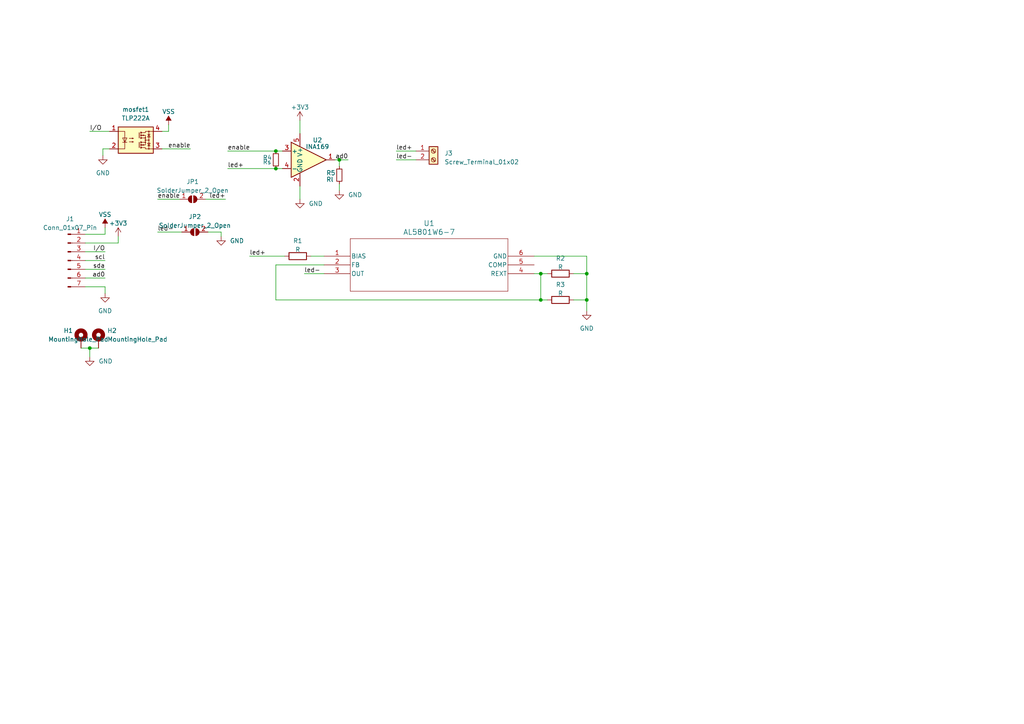
<source format=kicad_sch>
(kicad_sch (version 20230121) (generator eeschema)
  (paper "A4")
  (lib_symbols
    (symbol "Amplifier_Current:INA169" (pin_names (offset 0.127))
      (property "Reference" "U" (at 3.81 5.08 0))
      (property "Value" "INA169" (at 3.81 2.54 0))
      (symbol "INA169_0_1"
        (polyline (pts (xy -5.08 5.08) (xy 5.08 0) (xy -5.08 -5.08) (xy -5.08 5.08)) (stroke (width 0.254)) (fill (type background)))
      )
      (symbol "INA169_1_1"
        (pin output line (at 7.62 0 180) (length 2.54) (name "~") (number "1"))
        (pin power_in line (at -2.54 -7.62 90) (length 3.81) (name "GND") (number "2"))
        (pin input line (at -7.62 2.54 0) (length 2.54) (name "+") (number "3"))
        (pin input line (at -7.62 -2.54 0) (length 2.54) (name "-") (number "4"))
        (pin power_in line (at -2.54 7.62 270) (length 3.81) (name "V+") (number "5"))
      )
    )
    (symbol "Connector:Conn_01x07_Pin" (pin_names (offset 1.016) hide)
      (property "Reference" "J" (at 0 10.16 0))
      (property "Value" "Conn_01x07_Pin" (at 0 -10.16 0))
      (symbol "Conn_01x07_Pin_1_1"
        (polyline (pts (xy 1.27 -7.62) (xy 0.8636 -7.62)) (stroke (width 0.1524)))
        (polyline (pts (xy 1.27 -5.08) (xy 0.8636 -5.08)) (stroke (width 0.1524)))
        (polyline (pts (xy 1.27 -2.54) (xy 0.8636 -2.54)) (stroke (width 0.1524)))
        (polyline (pts (xy 1.27 0) (xy 0.8636 0)) (stroke (width 0.1524)))
        (polyline (pts (xy 1.27 2.54) (xy 0.8636 2.54)) (stroke (width 0.1524)))
        (polyline (pts (xy 1.27 5.08) (xy 0.8636 5.08)) (stroke (width 0.1524)))
        (polyline (pts (xy 1.27 7.62) (xy 0.8636 7.62)) (stroke (width 0.1524)))
        (rectangle (start 0.8636 -7.493) (end 0 -7.747) (stroke (width 0.1524)) (fill (type outline)))
        (rectangle (start 0.8636 -4.953) (end 0 -5.207) (stroke (width 0.1524)) (fill (type outline)))
        (rectangle (start 0.8636 -2.413) (end 0 -2.667) (stroke (width 0.1524)) (fill (type outline)))
        (rectangle (start 0.8636 0.127) (end 0 -0.127) (stroke (width 0.1524)) (fill (type outline)))
        (rectangle (start 0.8636 2.667) (end 0 2.413) (stroke (width 0.1524)) (fill (type outline)))
        (rectangle (start 0.8636 5.207) (end 0 4.953) (stroke (width 0.1524)) (fill (type outline)))
        (rectangle (start 0.8636 7.747) (end 0 7.493) (stroke (width 0.1524)) (fill (type outline)))
        (pin passive line (at 5.08 7.62 180) (length 3.81) (name "Pin_1") (number "1"))
        (pin passive line (at 5.08 5.08 180) (length 3.81) (name "Pin_2") (number "2"))
        (pin passive line (at 5.08 2.54 180) (length 3.81) (name "Pin_3") (number "3"))
        (pin passive line (at 5.08 0 180) (length 3.81) (name "Pin_4") (number "4"))
        (pin passive line (at 5.08 -2.54 180) (length 3.81) (name "Pin_5") (number "5"))
        (pin passive line (at 5.08 -5.08 180) (length 3.81) (name "Pin_6") (number "6"))
        (pin passive line (at 5.08 -7.62 180) (length 3.81) (name "Pin_7") (number "7"))
      )
    )
    (symbol "Connector:Screw_Terminal_01x02" (pin_names (offset 1.016) hide)
      (property "Reference" "J" (at 0 2.54 0))
      (property "Value" "Screw_Terminal_01x02" (at 0 -5.08 0))
      (symbol "Screw_Terminal_01x02_1_1"
        (rectangle (start -1.27 1.27) (end 1.27 -3.81) (stroke (width 0.254)) (fill (type background)))
        (circle (center 0 -2.54) (radius 0.635) (stroke (width 0.1524)))
        (polyline (pts (xy -0.5334 -2.2098) (xy 0.3302 -3.048)) (stroke (width 0.1524)))
        (polyline (pts (xy -0.5334 0.3302) (xy 0.3302 -0.508)) (stroke (width 0.1524)))
        (polyline (pts (xy -0.3556 -2.032) (xy 0.508 -2.8702)) (stroke (width 0.1524)))
        (polyline (pts (xy -0.3556 0.508) (xy 0.508 -0.3302)) (stroke (width 0.1524)))
        (circle (center 0 0) (radius 0.635) (stroke (width 0.1524)))
        (pin passive line (at -5.08 0 0) (length 3.81) (name "Pin_1") (number "1"))
        (pin passive line (at -5.08 -2.54 0) (length 3.81) (name "Pin_2") (number "2"))
      )
    )
    (symbol "Device:R" (pin_numbers hide) (pin_names (offset 0))
      (property "Reference" "R" (at 2.032 0 90))
      (property "Value" "R" (at 0 0 90))
      (symbol "R_0_1"
        (rectangle (start -1.016 -2.54) (end 1.016 2.54) (stroke (width 0.254)))
      )
      (symbol "R_1_1"
        (pin passive line (at 0 3.81 270) (length 1.27) (name "~") (number "1"))
        (pin passive line (at 0 -3.81 90) (length 1.27) (name "~") (number "2"))
      )
    )
    (symbol "Device:R_Small" (pin_numbers hide) (pin_names (offset 0.254) hide)
      (property "Reference" "R" (at 0.762 0.508 0))
      (property "Value" "R_Small" (at 0.762 -1.016 0))
      (symbol "R_Small_0_1"
        (rectangle (start -0.762 1.778) (end 0.762 -1.778) (stroke (width 0.2032)))
      )
      (symbol "R_Small_1_1"
        (pin passive line (at 0 2.54 270) (length 0.762) (name "~") (number "1"))
        (pin passive line (at 0 -2.54 90) (length 0.762) (name "~") (number "2"))
      )
    )
    (symbol "Jumper:SolderJumper_2_Open" (pin_names (offset 0) hide)
      (property "Reference" "JP" (at 0 2.032 0))
      (property "Value" "SolderJumper_2_Open" (at 0 -2.54 0))
      (symbol "SolderJumper_2_Open_0_1"
        (arc (start -0.254 1.016) (mid -1.2656 0) (end -0.254 -1.016))
        (arc (start -0.254 1.016) (mid -1.2656 0) (end -0.254 -1.016) (fill (type outline)))
        (polyline (pts (xy -0.254 1.016) (xy -0.254 -1.016)))
        (polyline (pts (xy 0.254 1.016) (xy 0.254 -1.016)))
        (arc (start 0.254 -1.016) (mid 1.2656 0) (end 0.254 1.016))
        (arc (start 0.254 -1.016) (mid 1.2656 0) (end 0.254 1.016) (fill (type outline)))
      )
      (symbol "SolderJumper_2_Open_1_1"
        (pin passive line (at -3.81 0 0) (length 2.54) (name "A") (number "1"))
        (pin passive line (at 3.81 0 180) (length 2.54) (name "B") (number "2"))
      )
    )
    (symbol "Mechanical:MountingHole_Pad" (pin_numbers hide) (pin_names (offset 1.016) hide)
      (property "Reference" "H" (at 0 6.35 0))
      (property "Value" "MountingHole_Pad" (at 0 4.445 0))
      (symbol "MountingHole_Pad_0_1"
        (circle (center 0 1.27) (radius 1.27) (stroke (width 1.27)))
      )
      (symbol "MountingHole_Pad_1_1"
        (pin input line (at 0 -2.54 90) (length 2.54) (name "1") (number "1"))
      )
    )
    (symbol "Relay_SolidState:TLP222A"
      (property "Reference" "U" (at -5.08 5.08 0))
      (property "Value" "TLP222A" (at 0 5.08 0))
      (symbol "TLP222A_0_1"
        (rectangle (start -5.08 3.81) (end 5.08 -3.81) (stroke (width 0.254)) (fill (type background)))
        (polyline (pts (xy -3.81 -0.635) (xy -2.54 -0.635)))
        (polyline (pts (xy 1.016 -0.635) (xy 1.016 -2.159)) (stroke (width 0.2032)))
        (polyline (pts (xy 1.016 2.159) (xy 1.016 0.635)) (stroke (width 0.2032)))
        (polyline (pts (xy 1.524 -0.508) (xy 1.524 -0.762)) (stroke (width 0.3556)))
        (polyline (pts (xy 2.794 0) (xy 3.81 0)))
        (polyline (pts (xy 3.429 -1.651) (xy 4.191 -1.651)))
        (polyline (pts (xy 3.429 1.651) (xy 4.191 1.651)))
        (polyline (pts (xy 3.81 -2.54) (xy 3.81 2.54)))
        (polyline (pts (xy 1.524 -2.032) (xy 1.524 -2.286) (xy 1.524 -2.286)) (stroke (width 0.3556)))
        (polyline (pts (xy 1.524 -1.27) (xy 1.524 -1.524) (xy 1.524 -1.524)) (stroke (width 0.3556)))
        (polyline (pts (xy 1.524 0.762) (xy 1.524 0.508) (xy 1.524 0.508)) (stroke (width 0.3556)))
        (polyline (pts (xy 1.524 1.524) (xy 1.524 1.27) (xy 1.524 1.27)) (stroke (width 0.3556)))
        (polyline (pts (xy 1.524 2.286) (xy 1.524 2.032) (xy 1.524 2.032)) (stroke (width 0.3556)))
        (polyline (pts (xy 1.651 -1.397) (xy 2.794 -1.397) (xy 2.794 -0.635)))
        (polyline (pts (xy 1.651 1.397) (xy 2.794 1.397) (xy 2.794 0.635)))
        (polyline (pts (xy -5.08 2.54) (xy -3.175 2.54) (xy -3.175 -2.54) (xy -5.08 -2.54)))
        (polyline (pts (xy -3.175 -0.635) (xy -3.81 0.635) (xy -2.54 0.635) (xy -3.175 -0.635)))
        (polyline (pts (xy 1.651 -2.159) (xy 2.794 -2.159) (xy 2.794 -2.54) (xy 5.08 -2.54)))
        (polyline (pts (xy 1.651 -0.635) (xy 2.794 -0.635) (xy 2.794 0.635) (xy 1.651 0.635)))
        (polyline (pts (xy 1.651 2.159) (xy 2.794 2.159) (xy 2.794 2.54) (xy 5.08 2.54)))
        (polyline (pts (xy 1.778 -1.397) (xy 2.286 -1.27) (xy 2.286 -1.524) (xy 1.778 -1.397)))
        (polyline (pts (xy 1.778 1.397) (xy 2.286 1.524) (xy 2.286 1.27) (xy 1.778 1.397)))
        (polyline (pts (xy 3.81 -1.651) (xy 3.429 -0.889) (xy 4.191 -0.889) (xy 3.81 -1.651)))
        (polyline (pts (xy 3.81 1.651) (xy 3.429 0.889) (xy 4.191 0.889) (xy 3.81 1.651)))
        (polyline (pts (xy -1.905 -0.508) (xy -0.635 -0.508) (xy -1.016 -0.635) (xy -1.016 -0.381) (xy -0.635 -0.508)))
        (polyline (pts (xy -1.905 0.508) (xy -0.635 0.508) (xy -1.016 0.381) (xy -1.016 0.635) (xy -0.635 0.508)))
        (circle (center 2.794 -0.635) (radius 0.127))
        (circle (center 2.794 0) (radius 0.127))
        (circle (center 2.794 0.635) (radius 0.127))
        (circle (center 3.81 -2.54) (radius 0.127))
        (circle (center 3.81 0) (radius 0.127))
        (circle (center 3.81 2.54) (radius 0.127))
      )
      (symbol "TLP222A_1_1"
        (pin passive line (at -7.62 2.54 0) (length 2.54) (name "~") (number "1"))
        (pin passive line (at -7.62 -2.54 0) (length 2.54) (name "~") (number "2"))
        (pin passive line (at 7.62 -2.54 180) (length 2.54) (name "~") (number "3"))
        (pin passive line (at 7.62 2.54 180) (length 2.54) (name "~") (number "4"))
      )
    )
    (symbol "own-footprints:AL5801W6-7" (pin_names (offset 0.254))
      (property "Reference" "U" (at 30.48 10.16 0))
      (property "Value" "AL5801W6-7" (at 30.48 7.62 0))
      (symbol "AL5801W6-7_0_1"
        (polyline (pts (xy 7.62 -10.16) (xy 53.34 -10.16)) (stroke (width 0.127)))
        (polyline (pts (xy 7.62 5.08) (xy 7.62 -10.16)) (stroke (width 0.127)))
        (polyline (pts (xy 53.34 -10.16) (xy 53.34 5.08)) (stroke (width 0.127)))
        (polyline (pts (xy 53.34 5.08) (xy 7.62 5.08)) (stroke (width 0.127)))
        (pin output line (at 0 0 0) (length 7.62) (name "BIAS") (number "1"))
        (pin unspecified line (at 0 -2.54 0) (length 7.62) (name "FB") (number "2"))
        (pin output line (at 0 -5.08 0) (length 7.62) (name "OUT") (number "3"))
        (pin unspecified line (at 60.96 -5.08 180) (length 7.62) (name "REXT") (number "4"))
        (pin unspecified line (at 60.96 -2.54 180) (length 7.62) (name "COMP") (number "5"))
        (pin power_in line (at 60.96 0 180) (length 7.62) (name "GND") (number "6"))
      )
    )
    (symbol "power:+3V3" (power) (pin_names (offset 0))
      (property "Value" "+3V3" (at 0 3.556 0))
      (symbol "+3V3_0_1"
        (polyline (pts (xy -0.762 1.27) (xy 0 2.54)))
        (polyline (pts (xy 0 0) (xy 0 2.54)))
        (polyline (pts (xy 0 2.54) (xy 0.762 1.27)))
      )
      (symbol "+3V3_1_1"
        (pin power_in line (at 0 0 90) (length 0) hide (name "+3V3") (number "1"))
      )
    )
    (symbol "power:GND" (power) (pin_names (offset 0))
      (property "Value" "GND" (at 0 -3.81 0))
      (symbol "GND_0_1"
        (polyline (pts (xy 0 0) (xy 0 -1.27) (xy 1.27 -1.27) (xy 0 -2.54) (xy -1.27 -1.27) (xy 0 -1.27)))
      )
      (symbol "GND_1_1"
        (pin power_in line (at 0 0 270) (length 0) hide (name "GND") (number "1"))
      )
    )
    (symbol "power:VSS" (power) (pin_names (offset 0))
      (property "Value" "VSS" (at 0 3.81 0))
      (symbol "VSS_0_1"
        (polyline (pts (xy 0 0) (xy 0 2.54)))
        (polyline (pts (xy 0.762 1.27) (xy -0.762 1.27) (xy 0 2.54) (xy 0.762 1.27)) (fill (type outline)))
      )
      (symbol "VSS_1_1"
        (pin power_in line (at 0 0 90) (length 0) hide (name "VSS") (number "1"))
      )
    )
  )
  (junction (at 170.18 86.995))
  (junction (at 98.425 46.355))
  (junction (at 156.845 79.375))
  (junction (at 170.18 79.375))
  (junction (at 26.035 100.965))
  (junction (at 156.845 86.995))
  (junction (at 80.01 43.815))
  (junction (at 80.01 48.895))
  (wire (pts (xy 24.765 73.025) (xy 30.48 73.025)))
  (wire (pts (xy 114.935 46.355) (xy 120.65 46.355)))
  (wire (pts (xy 24.765 75.565) (xy 30.48 75.565)))
  (wire (pts (xy 30.48 67.945) (xy 24.765 67.945)))
  (wire (pts (xy 72.39 74.295) (xy 82.55 74.295)))
  (wire (pts (xy 34.29 70.485) (xy 24.765 70.485)))
  (wire (pts (xy 45.72 57.785) (xy 52.07 57.785)))
  (wire (pts (xy 30.48 83.185) (xy 24.765 83.185)))
  (wire (pts (xy 60.325 67.31) (xy 64.135 67.31)))
  (wire (pts (xy 34.29 68.58) (xy 34.29 70.485)))
  (wire (pts (xy 26.035 38.1) (xy 31.75 38.1)))
  (wire (pts (xy 48.895 36.195) (xy 48.895 38.1)))
  (wire (pts (xy 31.75 43.18) (xy 29.845 43.18)))
  (wire (pts (xy 154.94 79.375) (xy 156.845 79.375)))
  (wire (pts (xy 80.01 86.995) (xy 156.845 86.995)))
  (wire (pts (xy 166.37 79.375) (xy 170.18 79.375)))
  (wire (pts (xy 24.765 78.105) (xy 30.48 78.105)))
  (wire (pts (xy 156.845 79.375) (xy 156.845 86.995)))
  (wire (pts (xy 48.895 38.1) (xy 46.99 38.1)))
  (wire (pts (xy 80.01 48.895) (xy 81.915 48.895)))
  (wire (pts (xy 97.155 46.355) (xy 98.425 46.355)))
  (wire (pts (xy 24.765 80.645) (xy 30.48 80.645)))
  (wire (pts (xy 170.18 86.995) (xy 170.18 90.17)))
  (wire (pts (xy 80.01 76.835) (xy 80.01 86.995)))
  (wire (pts (xy 88.265 79.375) (xy 93.98 79.375)))
  (wire (pts (xy 86.995 34.925) (xy 86.995 38.735)))
  (wire (pts (xy 46.99 43.18) (xy 55.245 43.18)))
  (wire (pts (xy 26.035 100.965) (xy 28.575 100.965)))
  (wire (pts (xy 98.425 46.355) (xy 100.965 46.355)))
  (wire (pts (xy 80.01 43.815) (xy 81.915 43.815)))
  (wire (pts (xy 156.845 79.375) (xy 158.75 79.375)))
  (wire (pts (xy 23.495 100.965) (xy 26.035 100.965)))
  (wire (pts (xy 166.37 86.995) (xy 170.18 86.995)))
  (wire (pts (xy 170.18 79.375) (xy 170.18 86.995)))
  (wire (pts (xy 45.72 67.31) (xy 52.705 67.31)))
  (wire (pts (xy 90.17 74.295) (xy 93.98 74.295)))
  (wire (pts (xy 30.48 85.09) (xy 30.48 83.185)))
  (wire (pts (xy 114.935 43.815) (xy 120.65 43.815)))
  (wire (pts (xy 30.48 66.04) (xy 30.48 67.945)))
  (wire (pts (xy 98.425 46.355) (xy 98.425 48.26)))
  (wire (pts (xy 66.04 48.895) (xy 80.01 48.895)))
  (wire (pts (xy 29.845 43.18) (xy 29.845 45.085)))
  (wire (pts (xy 26.035 100.965) (xy 26.035 103.505)))
  (wire (pts (xy 170.18 74.295) (xy 170.18 79.375)))
  (wire (pts (xy 59.69 57.785) (xy 65.405 57.785)))
  (wire (pts (xy 154.94 74.295) (xy 170.18 74.295)))
  (wire (pts (xy 86.995 53.975) (xy 86.995 57.785)))
  (wire (pts (xy 98.425 53.34) (xy 98.425 55.245)))
  (wire (pts (xy 93.98 76.835) (xy 80.01 76.835)))
  (wire (pts (xy 156.845 86.995) (xy 158.75 86.995)))
  (wire (pts (xy 64.135 67.31) (xy 64.135 68.58)))
  (wire (pts (xy 66.04 43.815) (xy 80.01 43.815)))
  (label "led-" (at 88.265 79.375 0))
  (label "ad0" (at 30.48 80.645 180))
  (label "led+" (at 65.405 57.785 180))
  (label "led+" (at 114.935 43.815 0))
  (label "scl" (at 30.48 75.565 180))
  (label "enable" (at 45.72 57.785 0))
  (label "I{slash}O" (at 26.035 38.1 0))
  (label "enable" (at 55.245 43.18 180))
  (label "ad0" (at 100.965 46.355 180))
  (label "sda" (at 30.48 78.105 180))
  (label "enable " (at 66.04 43.815 0))
  (label "led-" (at 114.935 46.355 0))
  (label "I{slash}O" (at 30.48 73.025 180))
  (label "led-" (at 45.72 67.31 0))
  (label "led+" (at 66.04 48.895 0))
  (label "led+" (at 72.39 74.295 0))
  (symbol (lib_id "Jumper:SolderJumper_2_Open") (at 56.515 67.31 0) (unit 1)
    (property "Reference" "JP2" (at 56.515 62.865 0))
    (property "Value" "SolderJumper_2_Open" (at 56.515 65.405 0))
    (property "Footprint" "Jumper:SolderJumper-2_P1.3mm_Open_Pad1.0x1.5mm" (effects hide))
  )
  (symbol (lib_id "Jumper:SolderJumper_2_Open") (at 55.88 57.785 0) (unit 1)
    (property "Reference" "JP1" (at 55.88 52.705 0))
    (property "Value" "SolderJumper_2_Open" (at 55.88 55.245 0))
    (property "Footprint" "Jumper:SolderJumper-2_P1.3mm_Open_Pad1.0x1.5mm" (effects hide))
  )
  (symbol (lib_id "power:GND") (at 170.18 90.17 0) (unit 1)
    (property "Reference" "#PWR01" (effects hide))
    (property "Value" "GND" (at 170.18 95.25 0))
  )
  (symbol (lib_id "power:VSS") (at 30.48 66.04 0) (unit 1)
    (property "Reference" "#PWR03" (effects hide))
    (property "Value" "VSS" (at 30.48 62.23 0))
  )
  (symbol (lib_id "Device:R") (at 86.36 74.295 90) (unit 1)
    (property "Reference" "R1" (at 86.36 69.85 90))
    (property "Value" "R" (at 86.36 72.39 90))
    (property "Footprint" "Resistor_SMD:R_0805_2012Metric_Pad1.20x1.40mm_HandSolder" (effects hide))
  )
  (symbol (lib_id "Relay_SolidState:TLP222A") (at 39.37 40.64 0) (unit 1)
    (property "Reference" "mosfet1" (at 39.37 31.75 0))
    (property "Value" "TLP222A" (at 39.37 34.29 0))
    (property "Footprint" "own-footprints:AQY211EHAZ" (effects hide))
    (property "Datasheet" "https://toshiba.semicon-storage.com/info/docget.jsp?did=17036&prodName=TLP222A" (effects hide))
  )
  (symbol (lib_id "Connector:Conn_01x07_Pin") (at 19.685 75.565 0) (unit 1)
    (property "Reference" "J1" (at 20.32 63.5 0))
    (property "Value" "Conn_01x07_Pin" (at 20.32 66.04 0))
    (property "Footprint" "Connector_PinHeader_2.54mm:PinHeader_1x07_P2.54mm_Vertical" (effects hide))
  )
  (symbol (lib_id "Amplifier_Current:INA169") (at 89.535 46.355 0) (unit 1)
    (property "Reference" "U2" (at 92.075 40.64 0))
    (property "Value" "INA169" (at 92.075 42.545 0))
    (property "Footprint" "Package_TO_SOT_SMD:SOT-23-5" (effects hide))
    (property "Datasheet" "http://www.ti.com/lit/ds/symlink/ina169.pdf" (effects hide))
  )
  (symbol (lib_id "power:GND") (at 86.995 57.785 0) (unit 1)
    (property "Reference" "#PWR09" (effects hide))
    (property "Value" "GND" (at 89.535 59.0549 0) (effects (justify left)))
  )
  (symbol (lib_id "Device:R") (at 162.56 79.375 90) (unit 1)
    (property "Reference" "R2" (at 162.56 74.93 90))
    (property "Value" "R" (at 162.56 77.47 90))
    (property "Footprint" "Resistor_SMD:R_0805_2012Metric_Pad1.20x1.40mm_HandSolder" (effects hide))
  )
  (symbol (lib_id "power:GND") (at 30.48 85.09 0) (unit 1)
    (property "Reference" "#PWR04" (effects hide))
    (property "Value" "GND" (at 30.48 90.17 0))
  )
  (symbol (lib_id "Mechanical:MountingHole_Pad") (at 28.575 98.425 0) (unit 1)
    (property "Reference" "H2" (at 31.115 95.8849 0) (effects (justify left)))
    (property "Value" "MountingHole_Pad" (at 31.115 98.4249 0) (effects (justify left)))
    (property "Footprint" "MountingHole:MountingHole_2.5mm" (effects hide))
  )
  (symbol (lib_id "power:+3V3") (at 34.29 68.58 0) (unit 1)
    (property "Reference" "#PWR05" (effects hide))
    (property "Value" "+3V3" (at 34.29 64.77 0))
  )
  (symbol (lib_id "Device:R_Small") (at 98.425 50.8 180) (unit 1)
    (property "Reference" "R5" (at 94.615 50.165 0) (effects (justify right)))
    (property "Value" "Rl" (at 94.615 52.07 0) (effects (justify right)))
    (property "Footprint" "Resistor_SMD:R_0805_2012Metric_Pad1.20x1.40mm_HandSolder" (effects hide))
  )
  (symbol (lib_id "power:GND") (at 98.425 55.245 0) (unit 1)
    (property "Reference" "#PWR08" (effects hide))
    (property "Value" "GND" (at 100.965 56.5149 0) (effects (justify left)))
  )
  (symbol (lib_id "power:GND") (at 26.035 103.505 0) (unit 1)
    (property "Reference" "#PWR011" (effects hide))
    (property "Value" "GND" (at 28.575 104.7749 0) (effects (justify left)))
  )
  (symbol (lib_id "Device:R") (at 162.56 86.995 90) (unit 1)
    (property "Reference" "R3" (at 162.56 82.55 90))
    (property "Value" "R" (at 162.56 85.09 90))
    (property "Footprint" "Resistor_SMD:R_0805_2012Metric_Pad1.20x1.40mm_HandSolder" (effects hide))
  )
  (symbol (lib_id "own-footprints:AL5801W6-7") (at 93.98 74.295 0) (unit 1)
    (property "Reference" "U1" (at 124.46 64.77 0) (effects (font (size 1.524 1.524))))
    (property "Value" "AL5801W6-7" (at 124.46 67.31 0) (effects (font (size 1.524 1.524))))
    (property "Footprint" "own-footprints:AL5801" (effects hide))
    (property "Datasheet" "AL5801W6-7" (effects hide))
  )
  (symbol (lib_id "power:VSS") (at 48.895 36.195 0) (unit 1)
    (property "Reference" "#PWR07" (effects hide))
    (property "Value" "VSS" (at 48.895 32.385 0))
  )
  (symbol (lib_id "power:+3V3") (at 86.995 34.925 0) (unit 1)
    (property "Reference" "#PWR02" (effects hide))
    (property "Value" "+3V3" (at 86.995 31.115 0))
  )
  (symbol (lib_id "power:GND") (at 64.135 68.58 0) (unit 1)
    (property "Reference" "#PWR010" (effects hide))
    (property "Value" "GND" (at 66.675 69.8499 0) (effects (justify left)))
  )
  (symbol (lib_id "Device:R_Small") (at 80.01 46.355 180) (unit 1)
    (property "Reference" "R4" (at 76.2 45.72 0) (effects (justify right)))
    (property "Value" "Rs" (at 76.2 46.99 0) (effects (justify right)))
    (property "Footprint" "Resistor_SMD:R_0805_2012Metric_Pad1.20x1.40mm_HandSolder" (effects hide))
  )
  (symbol (lib_id "Connector:Screw_Terminal_01x02") (at 125.73 43.815 0) (unit 1)
    (property "Reference" "J3" (at 128.905 44.45 0) (effects (justify left)))
    (property "Value" "Screw_Terminal_01x02" (at 128.905 46.99 0) (effects (justify left)))
    (property "Footprint" "TerminalBlock_Phoenix:TerminalBlock_Phoenix_PT-1,5-2-5.0-H_1x02_P5.00mm_Horizontal" (effects hide))
  )
  (symbol (lib_id "power:GND") (at 29.845 45.085 0) (unit 1)
    (property "Reference" "#PWR06" (effects hide))
    (property "Value" "GND" (at 29.845 50.165 0))
  )
  (symbol (lib_id "Mechanical:MountingHole_Pad") (at 23.495 98.425 0) (unit 1)
    (property "Reference" "H1" (at 18.415 95.885 0) (effects (justify left)))
    (property "Value" "MountingHole_Pad" (at 13.97 98.425 0) (effects (justify left)))
    (property "Footprint" "MountingHole:MountingHole_2.5mm" (effects hide))
  )
)
</source>
